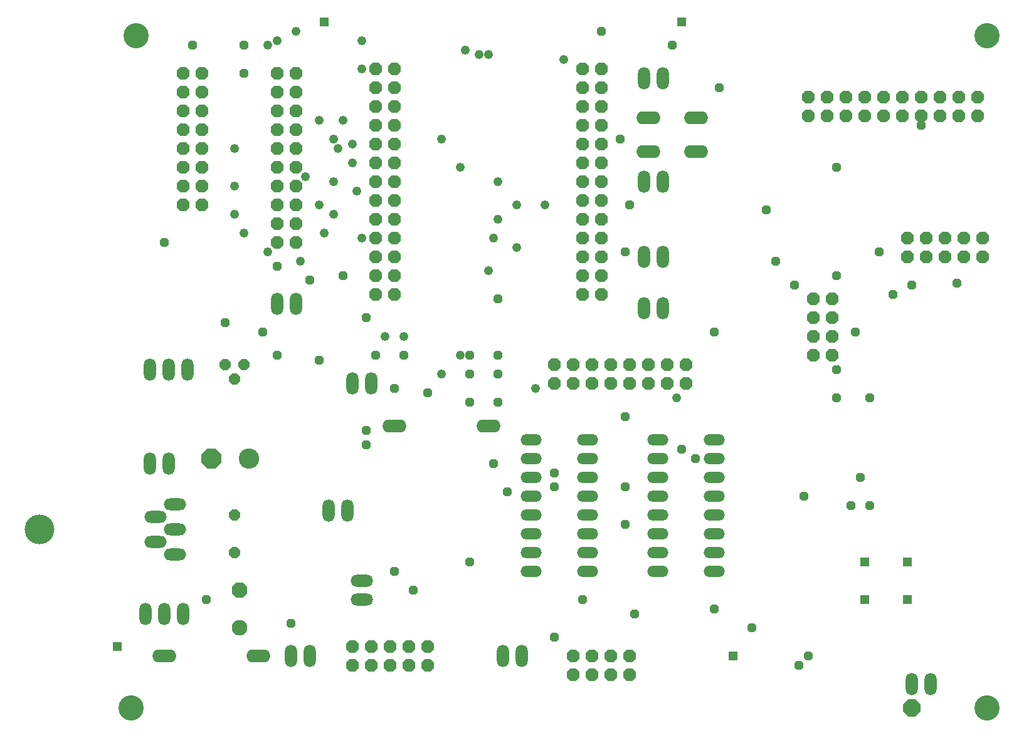
<source format=gbs>
G75*
G70*
%OFA0B0*%
%FSLAX24Y24*%
%IPPOS*%
%LPD*%
%AMOC8*
5,1,8,0,0,1.08239X$1,22.5*
%
%ADD10C,0.1340*%
%ADD11OC8,0.0680*%
%ADD12OC8,0.0600*%
%ADD13C,0.1080*%
%ADD14OC8,0.1080*%
%ADD15O,0.1189X0.0634*%
%ADD16C,0.1576*%
%ADD17O,0.1280X0.0680*%
%ADD18C,0.0830*%
%ADD19OC8,0.0830*%
%ADD20OC8,0.0930*%
%ADD21O,0.1120X0.0600*%
%ADD22O,0.0640X0.1200*%
%ADD23O,0.1200X0.0640*%
%ADD24C,0.0480*%
%ADD25OC8,0.0476*%
%ADD26R,0.0476X0.0476*%
D10*
X006120Y002558D03*
X051620Y002558D03*
X051620Y038308D03*
X006370Y038308D03*
D11*
X008870Y036308D03*
X009870Y036308D03*
X009870Y035308D03*
X008870Y035308D03*
X008870Y034308D03*
X009870Y034308D03*
X009870Y033308D03*
X008870Y033308D03*
X008870Y032308D03*
X009870Y032308D03*
X009870Y031308D03*
X008870Y031308D03*
X008870Y030308D03*
X009870Y030308D03*
X009870Y029308D03*
X008870Y029308D03*
X013870Y029308D03*
X014870Y029308D03*
X014870Y028308D03*
X013870Y028308D03*
X013870Y027308D03*
X014870Y027308D03*
X014870Y030308D03*
X014870Y031308D03*
X014870Y032308D03*
X013870Y032308D03*
X013870Y031308D03*
X013870Y030308D03*
X013870Y033308D03*
X013870Y034308D03*
X014870Y034308D03*
X014870Y033308D03*
X014870Y035308D03*
X014870Y036308D03*
X013870Y036308D03*
X013870Y035308D03*
X019120Y035558D03*
X020120Y035558D03*
X020120Y036558D03*
X019120Y036558D03*
X019120Y034558D03*
X020120Y034558D03*
X020120Y033558D03*
X019120Y033558D03*
X019120Y032558D03*
X020120Y032558D03*
X020120Y031558D03*
X019120Y031558D03*
X019120Y030558D03*
X020120Y030558D03*
X020120Y029558D03*
X019120Y029558D03*
X019120Y028558D03*
X020120Y028558D03*
X020120Y027558D03*
X019120Y027558D03*
X019120Y026558D03*
X020120Y026558D03*
X020120Y025558D03*
X019120Y025558D03*
X019120Y024558D03*
X020120Y024558D03*
X028620Y020808D03*
X029620Y020808D03*
X030620Y020808D03*
X031620Y020808D03*
X032620Y020808D03*
X033620Y020808D03*
X034620Y020808D03*
X035620Y020808D03*
X035620Y019808D03*
X034620Y019808D03*
X033620Y019808D03*
X032620Y019808D03*
X031620Y019808D03*
X030620Y019808D03*
X029620Y019808D03*
X028620Y019808D03*
X030120Y024558D03*
X031120Y024558D03*
X031120Y025558D03*
X031120Y026558D03*
X030120Y026558D03*
X030120Y025558D03*
X030120Y027558D03*
X030120Y028558D03*
X031120Y028558D03*
X031120Y027558D03*
X031120Y029558D03*
X031120Y030558D03*
X030120Y030558D03*
X030120Y029558D03*
X030120Y031558D03*
X030120Y032558D03*
X031120Y032558D03*
X031120Y031558D03*
X031120Y033558D03*
X031120Y034558D03*
X030120Y034558D03*
X030120Y033558D03*
X030120Y035558D03*
X030120Y036558D03*
X031120Y036558D03*
X031120Y035558D03*
X042120Y035058D03*
X043120Y035058D03*
X044120Y035058D03*
X045120Y035058D03*
X046120Y035058D03*
X047120Y035058D03*
X048120Y035058D03*
X049120Y035058D03*
X050120Y035058D03*
X051120Y035058D03*
X051120Y034058D03*
X050120Y034058D03*
X049120Y034058D03*
X048120Y034058D03*
X047120Y034058D03*
X046120Y034058D03*
X045120Y034058D03*
X044120Y034058D03*
X043120Y034058D03*
X042120Y034058D03*
X047370Y027558D03*
X048370Y027558D03*
X049370Y027558D03*
X050370Y027558D03*
X051370Y027558D03*
X051370Y026558D03*
X050370Y026558D03*
X049370Y026558D03*
X048370Y026558D03*
X047370Y026558D03*
X043370Y024308D03*
X042370Y024308D03*
X042370Y023308D03*
X043370Y023308D03*
X043370Y022308D03*
X042370Y022308D03*
X042370Y021308D03*
X043370Y021308D03*
X032620Y005308D03*
X031620Y005308D03*
X030620Y005308D03*
X029620Y005308D03*
X029620Y004308D03*
X030620Y004308D03*
X031620Y004308D03*
X032620Y004308D03*
X021870Y004808D03*
X020870Y004808D03*
X019870Y004808D03*
X018870Y004808D03*
X017870Y004808D03*
X017870Y005808D03*
X018870Y005808D03*
X019870Y005808D03*
X020870Y005808D03*
X021870Y005808D03*
D12*
X011620Y010808D03*
X011620Y012808D03*
X011620Y020058D03*
X012120Y020808D03*
X011120Y020808D03*
D13*
X012370Y015808D03*
D14*
X010370Y015808D03*
D15*
X008427Y013396D03*
X007391Y012727D03*
X008427Y012058D03*
X007391Y011388D03*
X008427Y010719D03*
D16*
X001222Y012058D03*
D17*
X007870Y005308D03*
X012870Y005308D03*
X020120Y017558D03*
X025120Y017558D03*
X033590Y032168D03*
X033590Y033948D03*
X036150Y033948D03*
X036150Y032168D03*
D18*
X011870Y006808D03*
D19*
X011870Y008808D03*
D20*
X047620Y002558D03*
D21*
X037120Y009808D03*
X037120Y010808D03*
X037120Y011808D03*
X037120Y012808D03*
X037120Y013808D03*
X037120Y014808D03*
X037120Y015808D03*
X037120Y016808D03*
X034120Y016808D03*
X034120Y015808D03*
X034120Y014808D03*
X034120Y013808D03*
X034120Y012808D03*
X034120Y011808D03*
X034120Y010808D03*
X034120Y009808D03*
X030370Y009808D03*
X030370Y010808D03*
X030370Y011808D03*
X030370Y012808D03*
X030370Y013808D03*
X030370Y014808D03*
X030370Y015808D03*
X030370Y016808D03*
X027370Y016808D03*
X027370Y015808D03*
X027370Y014808D03*
X027370Y013808D03*
X027370Y012808D03*
X027370Y011808D03*
X027370Y010808D03*
X027370Y009808D03*
D22*
X026870Y005308D03*
X025870Y005308D03*
X015620Y005308D03*
X014620Y005308D03*
X008870Y007558D03*
X007870Y007558D03*
X006870Y007558D03*
X016620Y013058D03*
X017620Y013058D03*
X017870Y019808D03*
X018870Y019808D03*
X014870Y024058D03*
X013870Y024058D03*
X009120Y020558D03*
X008120Y020558D03*
X007120Y020558D03*
X007120Y015558D03*
X008120Y015558D03*
X033370Y023808D03*
X034370Y023808D03*
X034370Y026558D03*
X033370Y026558D03*
X033370Y030558D03*
X034370Y030558D03*
X034370Y036058D03*
X033370Y036058D03*
X047620Y003808D03*
X048620Y003808D03*
D23*
X018370Y008308D03*
X018370Y009308D03*
D24*
X027620Y019558D03*
X023620Y021308D03*
X022620Y020308D03*
X020620Y022308D03*
X019620Y022308D03*
X015120Y026308D03*
X013370Y026808D03*
X012120Y027808D03*
X011620Y028808D03*
X011620Y030308D03*
X011620Y032308D03*
X015370Y030808D03*
X016870Y030558D03*
X018120Y030058D03*
X016870Y028808D03*
X016120Y029308D03*
X016370Y027808D03*
X018370Y027558D03*
X017870Y031558D03*
X017120Y032308D03*
X017870Y032558D03*
X016870Y032808D03*
X017370Y033808D03*
X016120Y033808D03*
X018370Y036558D03*
X018370Y038058D03*
X014870Y038558D03*
X013870Y038058D03*
X013370Y037808D03*
X022620Y032808D03*
X023620Y031308D03*
X025620Y030558D03*
X026620Y029308D03*
X025620Y028558D03*
X025370Y027558D03*
X026620Y027058D03*
X025120Y025808D03*
X028120Y029308D03*
X029120Y037058D03*
X025120Y037308D03*
X024620Y037308D03*
X023870Y037558D03*
X035120Y019058D03*
D25*
X032370Y018058D03*
X035370Y016308D03*
X036120Y015808D03*
X032370Y014308D03*
X032370Y012308D03*
X028620Y014308D03*
X028620Y015058D03*
X026120Y014058D03*
X025370Y015558D03*
X025620Y018808D03*
X024120Y018808D03*
X024120Y020308D03*
X024120Y021308D03*
X025620Y021308D03*
X025620Y020308D03*
X021870Y019308D03*
X020120Y019558D03*
X020620Y021308D03*
X019120Y021308D03*
X018620Y023308D03*
X016120Y021058D03*
X013870Y021308D03*
X013120Y022558D03*
X011120Y023058D03*
X013870Y026058D03*
X015620Y025308D03*
X017370Y025558D03*
X025620Y024308D03*
X032370Y026808D03*
X032620Y029308D03*
X032120Y032808D03*
X037370Y035558D03*
X034870Y037808D03*
X031120Y038558D03*
X043620Y031308D03*
X039870Y029058D03*
X040370Y026308D03*
X041370Y025058D03*
X043620Y025558D03*
X045870Y026808D03*
X047620Y025058D03*
X046620Y024558D03*
X044620Y022558D03*
X043620Y020558D03*
X043620Y019058D03*
X045370Y019058D03*
X044870Y014808D03*
X045370Y013308D03*
X044370Y013308D03*
X041870Y013808D03*
X037120Y007808D03*
X039120Y006808D03*
X041620Y004808D03*
X042120Y005308D03*
X032870Y007558D03*
X030120Y008308D03*
X028620Y006308D03*
X024120Y010308D03*
X021120Y008808D03*
X020120Y009808D03*
X014620Y007058D03*
X010120Y008308D03*
X018620Y016558D03*
X018620Y017308D03*
X007870Y027308D03*
X012120Y036308D03*
X012120Y037808D03*
X009370Y037808D03*
X037120Y022558D03*
X050020Y025158D03*
X048120Y033558D03*
D26*
X035370Y039058D03*
X016370Y039058D03*
X045120Y010308D03*
X045120Y008308D03*
X047370Y008308D03*
X047370Y010308D03*
X038120Y005308D03*
X005370Y005808D03*
M02*

</source>
